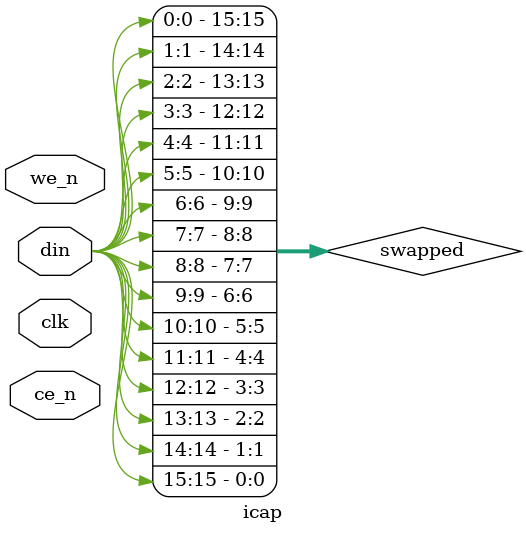
<source format=v>

module multiboot (
    input wire clk,
    //input wire clk_icap,   // WARNING: this clock must not be greater than 20MHz (50ns period)
    input wire rst_n,
    input wire [7:0] zxuno_addr,
    input wire regaddr_changed,
    input wire zxuno_regrd,
    input wire zxuno_regwr,
    input wire [7:0] din,
    output reg [7:0] dout,
    output reg oe
    );
    
`include "../common/config.vh"
              
    localparam GOLDEN_CORE = 24'h0000000; // posicion del primer boot de la FPGA
              
    reg [23:0] spi_addr = GOLDEN_CORE;   // default value
    reg writting_to_spi_addr = 1'b0;
    reg writting_to_bootcore = 1'b0;
    reg boot_core = 1'b0;

    reg reading_from_spi_addr = 1'b0;
    reg [1:0] spi_addr_chunk = 2'b00; // which part of COREADDR to output
    reg [7:0] addrout = 8'h00;
    
    always @* begin
      dout = addrout;
      oe = 1'b0;
      if (zxuno_addr == ADDR_COREADDR && zxuno_regrd ==1'b1)
        oe = 1'b1;
    end  

    always @(posedge clk) begin
        if (rst_n == 1'b0 || (regaddr_changed && zxuno_addr == ADDR_COREADDR)) begin
          writting_to_spi_addr <= 1'b0;
          writting_to_bootcore <= 1'b0;
          reading_from_spi_addr <= 1'b0;
          spi_addr_chunk <= 2'b00;
          boot_core <= 1'b0;
        end				
        else begin
            if (zxuno_addr == ADDR_COREADDR) begin
              if (zxuno_regwr == 1'b1 && writting_to_spi_addr == 1'b0) begin
                  spi_addr <= {spi_addr[15:0], din};
                  writting_to_spi_addr <= 1'b1;
              end
              if (zxuno_regwr == 1'b0) begin
                  writting_to_spi_addr <= 1'b0;
              end
              if (zxuno_regrd == 1'b1 && reading_from_spi_addr == 1'b0) begin
                addrout <= (spi_addr_chunk == 2'b00)? spi_addr[23:16] :
                           (spi_addr_chunk == 2'b01)? spi_addr[15:8] :
                                                      spi_addr[7:0];
                spi_addr_chunk <= (spi_addr_chunk == 2'b10)? 2'b00 : spi_addr_chunk + 2'b01;
                reading_from_spi_addr <= 1'b1;
              end   
              if (zxuno_regrd == 1'b0) begin
                reading_from_spi_addr <= 1'b0;
              end                  
            end
            else begin
              writting_to_spi_addr <= 1'b0;
              reading_from_spi_addr <= 1'b0;
            end
            
            if (zxuno_addr == ADDR_COREBOOT) begin
                if (zxuno_regwr == 1'b1 && din[0] == 1'b1 && writting_to_bootcore == 1'b0) begin
                    boot_core <= 1'b1;
                    writting_to_bootcore <= 1'b1;
                end
                if (zxuno_regwr == 1'b0) begin
                    writting_to_bootcore <= 1'b0;
                end
            end
            else begin
                boot_core <= 1'b0;
                writting_to_bootcore <= 1'b0;
            end
        end
    end

   reg regclkicap = 1'b0;
	 wire clk_icap;
	 always @(posedge clk)
	   regclkicap <= ~regclkicap;
	 BUFG bufclkicap (.I(regclkicap), .O(clk_icap) );

    wire icap_ce_n, icap_we_n;
    wire [15:0] icap_data;
    seq_multiboot_spartan6 secuenciador_multiboot (
      .clk(clk_icap),
      .spi_address(spi_addr),
      .reboot(boot_core),
      .icap_ce(icap_ce_n),
      .icap_we(icap_we_n),
      .icap_data(icap_data)
    );
    
    icap el_icap (
      .clk(clk_icap),
      .ce_n(icap_ce_n),
      .we_n(icap_we_n),
      .din(icap_data)
    );  
endmodule            
    
module seq_multiboot_spartan6 (
  input wire clk,
  input wire [23:0] spi_address,
  input wire reboot,
  output reg icap_ce,
  output reg icap_we,
  output reg [15:0] icap_data
  );
  
  reg [17:0] icap_command[0:15];
  localparam CYCLE_SPI_ADDRESS_LOW = 4'd4;
	localparam CYCLE_SPI_ADDRESS_HIGH = 4'd6;
  initial begin  // secuencia para carga a 1x. Se ha eliminado el comando 3301 con el parámetro 3100, que vendría después de la carga de la dirección SPI
    icap_command[ 0] = {1'b1, 1'b1, 16'hFFFF};
    icap_command[ 1] = {1'b0, 1'b0, 16'hAA99};
    icap_command[ 2] = {1'b0, 1'b0, 16'h5566};
    icap_command[ 3] = {1'b0, 1'b0, 16'h3261};
    icap_command[ 4] = {1'b0, 1'b0, 16'h0000};  // en este ciclo hay que poner la dirección SPI baja
    icap_command[ 5] = {1'b0, 1'b0, 16'h3281};
    icap_command[ 6] = {1'b0, 1'b0, 16'h0300};  // en este ciclo hay que poner la dirección SPI alta
    icap_command[ 7] = {1'b0, 1'b0, 16'h30A1};
    icap_command[ 8] = {1'b0, 1'b0, 16'h000E};
    icap_command[ 9] = {1'b0, 1'b0, 16'h2000};  // nop
    icap_command[10] = {1'b0, 1'b0, 16'h2000};  // nop
    icap_command[11] = {1'b0, 1'b0, 16'h2000};  // nop
    icap_command[12] = {1'b0, 1'b0, 16'h2000};  // nop
    icap_command[13] = {1'b0, 1'b0, 16'h2000};  // nop
    icap_command[14] = {1'b0, 1'b0, 16'h1111};  // nop
    icap_command[15] = {1'b0, 1'b0, 16'h1111};  // nop
  end
  
	always @(posedge clk) begin
	  icap_command[CYCLE_SPI_ADDRESS_LOW] <= {2'b00, spi_address[15:0]};
		icap_command[CYCLE_SPI_ADDRESS_HIGH] <= {2'b00, 8'h03, spi_address[23:16]}; //{2'b00, 8'h6B, spi_address[23:16]}; si se quiere 4x
  end
	
  reg [4:0] indx = 5'b00000;
  always @(posedge clk) begin
    if (reboot == 1'b1 && indx[4] == 1'b0)
      indx <= 5'b10000;  // el bit 4 a 1 hace que se habilite la cuenta
    else begin
      {icap_ce, icap_we, icap_data} <= icap_command[indx[3:0]];
      indx <= indx + {4'b0000, indx[4]};
    end
  end      
endmodule

module icap (
  input wire clk,
  input wire ce_n,
  input wire we_n,
  input wire [15:0] din
  );

  wire [15:0] swapped;
  genvar j;
  generate
    for(j=0; j<16; j=j+1) begin : swap
	    assign swapped[j] = din[15-j];
	  end
  endgenerate

  ICAP_SPARTAN6 ICAP_SPARTAN6_inst (
  
    .CE        (ce_n),   // Clock enable input
    .CLK       (clk),         // Clock input
    .I         ({swapped[7:0], swapped[15:8]}),  // 16-bit data input
    .WRITE     (we_n)    // Write input
  );
      
endmodule

</source>
